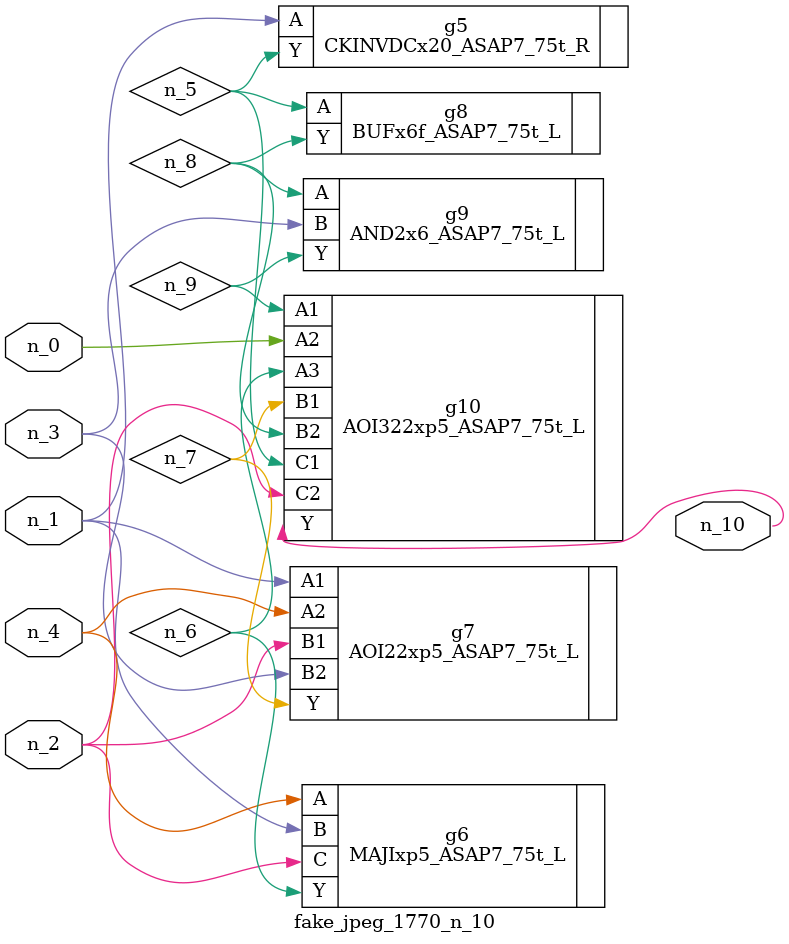
<source format=v>
module fake_jpeg_1770_n_10 (n_3, n_2, n_1, n_0, n_4, n_10);

input n_3;
input n_2;
input n_1;
input n_0;
input n_4;

output n_10;

wire n_8;
wire n_9;
wire n_6;
wire n_5;
wire n_7;

CKINVDCx20_ASAP7_75t_R g5 ( 
.A(n_1),
.Y(n_5)
);

MAJIxp5_ASAP7_75t_L g6 ( 
.A(n_4),
.B(n_1),
.C(n_2),
.Y(n_6)
);

AOI22xp5_ASAP7_75t_L g7 ( 
.A1(n_1),
.A2(n_4),
.B1(n_2),
.B2(n_3),
.Y(n_7)
);

BUFx6f_ASAP7_75t_L g8 ( 
.A(n_5),
.Y(n_8)
);

AND2x6_ASAP7_75t_L g9 ( 
.A(n_8),
.B(n_3),
.Y(n_9)
);

AOI322xp5_ASAP7_75t_L g10 ( 
.A1(n_9),
.A2(n_0),
.A3(n_6),
.B1(n_7),
.B2(n_8),
.C1(n_5),
.C2(n_2),
.Y(n_10)
);


endmodule
</source>
